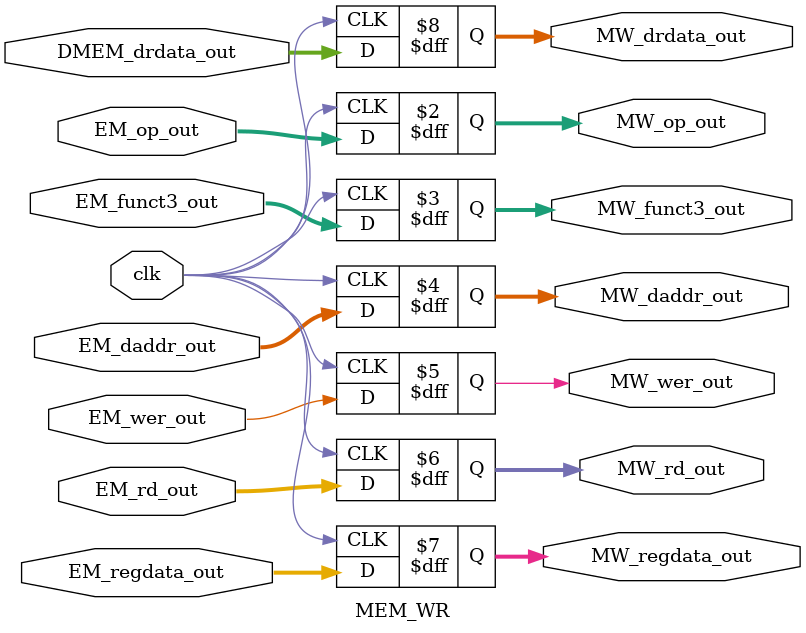
<source format=v>
module MEM_WR (
  input clk,

  input [6:0] EM_op_out,
  input  [2:0] EM_funct3_out,
  input  [31:0] EM_daddr_out,
  input  EM_wer_out,
  input  [4:0] EM_rd_out,
  input  [31:0] EM_regdata_out,
  input [31:0] DMEM_drdata_out,

  output reg [6:0] MW_op_out,
  output reg [2:0] MW_funct3_out,
  output reg [31:0] MW_daddr_out,
  output reg MW_wer_out,
  output reg [4:0] MW_rd_out,
  output reg [31:0] MW_regdata_out,
  output reg [31:0] MW_drdata_out
);

  always @(posedge clk) begin
    MW_funct3_out = EM_funct3_out;
    MW_op_out = EM_op_out;
    MW_daddr_out = EM_daddr_out;
    MW_wer_out = EM_wer_out;
    MW_rd_out = EM_rd_out;
    MW_regdata_out = EM_regdata_out;
    MW_drdata_out = DMEM_drdata_out;
  end

endmodule

</source>
